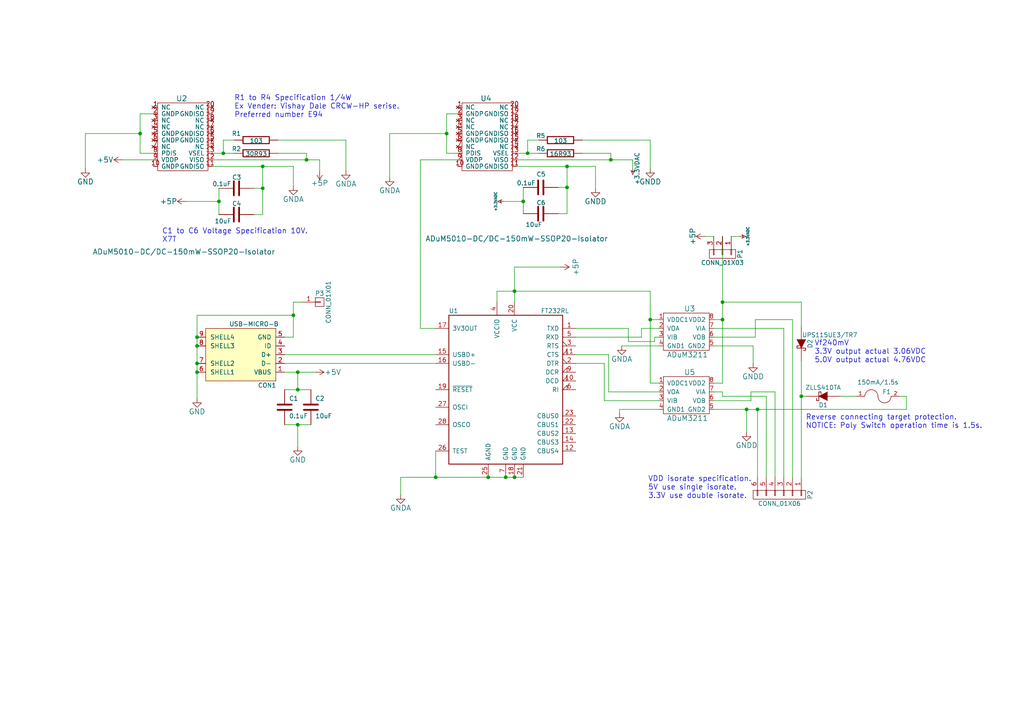
<source format=kicad_sch>
(kicad_sch (version 20230121) (generator eeschema)
  (paper "A4")
  (lib_symbols
    (symbol "USB-UART-rescue:+3.3VADC" (power) (pin_names (offset 0))
      (property "Value" "+3.3VADC" (at 0 2.286 0))
      (symbol "+3.3VADC_0_0"
        (pin power_in line (at 0 0 90) (length 0) hide (name "+3.3VADC") (number "1"))
      )
      (symbol "+3.3VADC_0_1"
        (polyline (pts (xy 0 0) (xy 0 1.016) (xy 0 1.016)))
        (polyline (pts (xy 0 1.016) (xy 0.508 0.508) (xy 0 1.778) (xy -0.508 0.508) (xy 0 1.016) (xy 0 1.016)))
      )
    )
    (symbol "USB-UART-rescue:+3.3VDAC" (power) (pin_names (offset 0))
      (property "Value" "+3.3VDAC" (at 0 2.286 0))
      (symbol "+3.3VDAC_0_0"
        (pin power_in line (at 0 0 90) (length 0) hide (name "+3.3VDAC") (number "1"))
      )
      (symbol "+3.3VDAC_0_1"
        (polyline (pts (xy 0 0) (xy 0 1.016) (xy 0 1.016)))
        (polyline (pts (xy 0 1.016) (xy 0.508 0.508) (xy 0 1.778) (xy -0.508 0.508) (xy 0 1.016) (xy 0 1.016)))
      )
    )
    (symbol "USB-UART-rescue:+5P" (power) (pin_names (offset 0))
      (property "Value" "+5P" (at 0 3.556 0))
      (symbol "+5P_0_1"
        (polyline (pts (xy -0.762 1.27) (xy 0 2.54)))
        (polyline (pts (xy 0 0) (xy 0 2.54)))
        (polyline (pts (xy 0 2.54) (xy 0.762 1.27)))
      )
      (symbol "+5P_1_1"
        (pin power_in line (at 0 0 90) (length 0) hide (name "+5P") (number "1"))
      )
    )
    (symbol "USB-UART-rescue:+5V" (power) (pin_names (offset 0))
      (property "Value" "+5V" (at 0 3.556 0))
      (symbol "+5V_0_1"
        (polyline (pts (xy -0.762 1.27) (xy 0 2.54)))
        (polyline (pts (xy 0 0) (xy 0 2.54)))
        (polyline (pts (xy 0 2.54) (xy 0.762 1.27)))
      )
      (symbol "+5V_1_1"
        (pin power_in line (at 0 0 90) (length 0) hide (name "+5V") (number "1"))
      )
    )
    (symbol "USB-UART-rescue:ADuM3211" (pin_names (offset 1.016))
      (property "Reference" "ISO-IC" (at 0.635 12.7 0))
      (property "Value" "ADuM3211" (at 0 -0.635 0))
      (symbol "ADuM3211_0_1"
        (rectangle (start -6.985 11.43) (end 6.35 0.635))
      )
      (symbol "ADuM3211_1_1"
        (pin input line (at -8.255 9.525 0) (length 1.27) (name "VDDC1") (number "1"))
        (pin input line (at -8.255 6.985 0) (length 1.27) (name "VOA") (number "2"))
        (pin input line (at -8.255 4.445 0) (length 1.27) (name "VIB") (number "3"))
        (pin input line (at -8.255 1.905 0) (length 1.27) (name "GND1") (number "4"))
        (pin input line (at 7.62 1.905 180) (length 1.27) (name "GND2") (number "5"))
        (pin input line (at 7.62 4.445 180) (length 1.27) (name "VOB") (number "6"))
        (pin input line (at 7.62 6.985 180) (length 1.27) (name "VIA") (number "7"))
        (pin input line (at 7.62 9.525 180) (length 1.27) (name "VDD2") (number "8"))
      )
    )
    (symbol "USB-UART-rescue:ADuM5010-DC/DC-150mW-SSOP20-Isolator" (pin_names (offset 1.016))
      (property "Reference" "U" (at 0 10.16 0))
      (property "Value" "ADuM5010-DC/DC-150mW-SSOP20-Isolator" (at 0 -12.7 0))
      (symbol "ADuM5010-DC/DC-150mW-SSOP20-Isolator_0_1"
        (rectangle (start -6.985 8.89) (end 7.62 -10.795))
      )
      (symbol "ADuM5010-DC/DC-150mW-SSOP20-Isolator_1_1"
        (pin no_connect line (at -8.255 7.62 0) (length 1.27) (name "NC") (number "1"))
        (pin passive line (at -8.255 -9.525 0) (length 1.27) (name "GNDP") (number "10"))
        (pin passive line (at 8.89 -9.525 180) (length 1.27) (name "GNDISO") (number "11"))
        (pin passive line (at 8.89 -7.62 180) (length 1.27) (name "VISO") (number "12"))
        (pin passive line (at 8.89 -5.715 180) (length 1.27) (name "VSEL") (number "13"))
        (pin no_connect line (at 8.89 -3.81 180) (length 1.27) (name "NC") (number "14"))
        (pin no_connect line (at 8.89 -1.905 180) (length 1.27) (name "GNDISO") (number "15"))
        (pin no_connect line (at 8.89 0 180) (length 1.27) (name "GNDISO") (number "16"))
        (pin no_connect line (at 8.89 1.905 180) (length 1.27) (name "NC") (number "17"))
        (pin no_connect line (at 8.89 3.81 180) (length 1.27) (name "NC") (number "18"))
        (pin passive line (at 8.89 5.715 180) (length 1.27) (name "GNDISO") (number "19"))
        (pin passive line (at -8.255 5.715 0) (length 1.27) (name "GNDP") (number "2"))
        (pin no_connect line (at 8.89 7.62 180) (length 1.27) (name "NC") (number "20"))
        (pin no_connect line (at -8.255 3.81 0) (length 1.27) (name "NC") (number "3"))
        (pin no_connect line (at -8.255 1.905 0) (length 1.27) (name "NC") (number "4"))
        (pin no_connect line (at -8.255 0 0) (length 1.27) (name "GNDP") (number "5"))
        (pin no_connect line (at -8.255 -1.905 0) (length 1.27) (name "GNDP") (number "6"))
        (pin no_connect line (at -8.255 -3.81 0) (length 1.27) (name "NC") (number "7"))
        (pin passive line (at -8.255 -5.715 0) (length 1.27) (name "PDIS") (number "8"))
        (pin passive line (at -8.255 -7.62 0) (length 1.27) (name "VDDP") (number "9"))
      )
    )
    (symbol "USB-UART-rescue:C" (pin_numbers hide) (pin_names (offset 0.254))
      (property "Reference" "C" (at 1.27 2.54 0))
      (property "Value" "C" (at 1.27 -2.54 0))
      (symbol "C_0_1"
        (polyline (pts (xy -2.032 -0.762) (xy 2.032 -0.762)) (stroke (width 0.508)))
        (polyline (pts (xy -2.032 0.762) (xy 2.032 0.762)) (stroke (width 0.508)))
      )
      (symbol "C_1_1"
        (pin passive line (at 0 5.08 270) (length 4.318) (name "~") (number "1"))
        (pin passive line (at 0 -5.08 90) (length 4.318) (name "~") (number "2"))
      )
    )
    (symbol "USB-UART-rescue:CONN_01X01" (pin_names (offset 1.016) hide)
      (property "Reference" "P" (at 0 2.54 0))
      (property "Value" "CONN_01X01" (at 2.54 0 90))
      (symbol "CONN_01X01_0_1"
        (rectangle (start -1.27 0.127) (end 0.254 -0.127))
        (rectangle (start -1.27 1.27) (end 1.27 -1.27))
      )
      (symbol "CONN_01X01_1_1"
        (pin passive line (at -5.08 0 0) (length 3.81) (name "P1") (number "1"))
      )
    )
    (symbol "USB-UART-rescue:CONN_01X03" (pin_names (offset 1.016) hide)
      (property "Reference" "P" (at 0 5.08 0))
      (property "Value" "CONN_01X03" (at 2.54 0 90))
      (symbol "CONN_01X03_0_1"
        (rectangle (start -1.27 -2.413) (end 0.254 -2.667))
        (rectangle (start -1.27 0.127) (end 0.254 -0.127))
        (rectangle (start -1.27 2.667) (end 0.254 2.413))
        (rectangle (start -1.27 3.81) (end 1.27 -3.81))
      )
      (symbol "CONN_01X03_1_1"
        (pin passive line (at -5.08 2.54 0) (length 3.81) (name "P1") (number "1"))
        (pin passive line (at -5.08 0 0) (length 3.81) (name "P2") (number "2"))
        (pin passive line (at -5.08 -2.54 0) (length 3.81) (name "P3") (number "3"))
      )
    )
    (symbol "USB-UART-rescue:CONN_01X06" (pin_names (offset 1.016) hide)
      (property "Reference" "P" (at 0 8.89 0))
      (property "Value" "CONN_01X06" (at 2.54 0 90))
      (symbol "CONN_01X06_0_1"
        (rectangle (start -1.27 -6.223) (end 0.254 -6.477))
        (rectangle (start -1.27 -3.683) (end 0.254 -3.937))
        (rectangle (start -1.27 -1.143) (end 0.254 -1.397))
        (rectangle (start -1.27 1.397) (end 0.254 1.143))
        (rectangle (start -1.27 3.937) (end 0.254 3.683))
        (rectangle (start -1.27 6.477) (end 0.254 6.223))
        (rectangle (start -1.27 7.62) (end 1.27 -7.62))
      )
      (symbol "CONN_01X06_1_1"
        (pin passive line (at -5.08 6.35 0) (length 3.81) (name "P1") (number "1"))
        (pin passive line (at -5.08 3.81 0) (length 3.81) (name "P2") (number "2"))
        (pin passive line (at -5.08 1.27 0) (length 3.81) (name "P3") (number "3"))
        (pin passive line (at -5.08 -1.27 0) (length 3.81) (name "P4") (number "4"))
        (pin passive line (at -5.08 -3.81 0) (length 3.81) (name "P5") (number "5"))
        (pin passive line (at -5.08 -6.35 0) (length 3.81) (name "P6") (number "6"))
      )
    )
    (symbol "USB-UART-rescue:DIODESCH" (pin_numbers hide) (pin_names (offset 1.016) hide)
      (property "Reference" "D" (at 0 2.54 0))
      (property "Value" "DIODESCH" (at 0 -2.54 0))
      (symbol "DIODESCH_0_1"
        (polyline (pts (xy -1.27 1.27) (xy 1.27 0) (xy -1.27 -1.27)) (fill (type outline)))
        (polyline (pts (xy 1.905 0.635) (xy 1.905 1.27) (xy 1.27 1.27) (xy 1.27 -1.27) (xy 0.635 -1.27) (xy 0.635 -0.635)) (stroke (width 0.2032)))
      )
      (symbol "DIODESCH_1_1"
        (pin passive line (at -5.08 0 0) (length 3.81) (name "A") (number "1"))
        (pin passive line (at 5.08 0 180) (length 3.81) (name "K") (number "2"))
      )
    )
    (symbol "USB-UART-rescue:FT232RL" (pin_names (offset 1.016))
      (property "Reference" "U" (at -16.51 22.86 0))
      (property "Value" "FT232RL" (at 10.16 22.86 0))
      (symbol "FT232RL_0_1"
        (rectangle (start -16.51 21.59) (end 16.51 -21.59) (stroke (width 0.254)))
      )
      (symbol "FT232RL_1_1"
        (pin output line (at 20.32 17.78 180) (length 3.81) (name "TXD") (number "1"))
        (pin input input_low (at 20.32 2.54 180) (length 3.81) (name "DCD") (number "10"))
        (pin input input_low (at 20.32 10.16 180) (length 3.81) (name "CTS") (number "11"))
        (pin bidirectional line (at 20.32 -17.78 180) (length 3.81) (name "CBUS4") (number "12"))
        (pin bidirectional line (at 20.32 -12.7 180) (length 3.81) (name "CBUS2") (number "13"))
        (pin bidirectional line (at 20.32 -15.24 180) (length 3.81) (name "CBUS3") (number "14"))
        (pin bidirectional line (at -20.32 10.16 0) (length 3.81) (name "USBD+") (number "15"))
        (pin bidirectional line (at -20.32 7.62 0) (length 3.81) (name "USBD-") (number "16"))
        (pin input line (at -20.32 17.78 0) (length 3.81) (name "3V3OUT") (number "17"))
        (pin power_in line (at 2.54 -25.4 90) (length 3.81) (name "GND") (number "18"))
        (pin input line (at -20.32 0 0) (length 3.81) (name "~{RESET}") (number "19"))
        (pin output output_low (at 20.32 7.62 180) (length 3.81) (name "DTR") (number "2"))
        (pin power_in line (at 2.54 25.4 270) (length 3.81) (name "VCC") (number "20"))
        (pin power_in line (at 5.08 -25.4 90) (length 3.81) (name "GND") (number "21"))
        (pin output line (at 20.32 -10.16 180) (length 3.81) (name "CBUS1") (number "22"))
        (pin bidirectional line (at 20.32 -7.62 180) (length 3.81) (name "CBUS0") (number "23"))
        (pin power_in line (at -5.08 -25.4 90) (length 3.81) (name "AGND") (number "25"))
        (pin power_in line (at -20.32 -17.78 0) (length 3.81) (name "TEST") (number "26"))
        (pin input line (at -20.32 -5.08 0) (length 3.81) (name "OSCI") (number "27"))
        (pin output line (at -20.32 -10.16 0) (length 3.81) (name "OSCO") (number "28"))
        (pin output output_low (at 20.32 12.7 180) (length 3.81) (name "RTS") (number "3"))
        (pin input line (at -2.54 25.4 270) (length 3.81) (name "VCCIO") (number "4"))
        (pin input line (at 20.32 15.24 180) (length 3.81) (name "RXD") (number "5"))
        (pin input input_low (at 20.32 0 180) (length 3.81) (name "RI") (number "6"))
        (pin power_in line (at 0 -25.4 90) (length 3.81) (name "GND") (number "7"))
        (pin input input_low (at 20.32 5.08 180) (length 3.81) (name "DCR") (number "9"))
      )
    )
    (symbol "USB-UART-rescue:FUSE" (pin_names (offset 0.254))
      (property "Reference" "F" (at 2.54 1.27 0))
      (property "Value" "FUSE" (at -2.54 -1.27 0))
      (symbol "FUSE_0_1"
        (arc (start 0 0) (mid -1.905 1.8967) (end -3.81 0))
        (arc (start 0 0) (mid 1.905 -1.8967) (end 3.81 0))
      )
      (symbol "FUSE_1_1"
        (pin input line (at -6.35 0 0) (length 2.54) (name "~") (number "1"))
        (pin input line (at 6.35 0 180) (length 2.54) (name "~") (number "2"))
      )
    )
    (symbol "USB-UART-rescue:GND" (power) (pin_names (offset 0))
      (property "Value" "GND" (at 0 -3.81 0))
      (symbol "GND_0_1"
        (polyline (pts (xy 0 0) (xy 0 -1.27) (xy 1.27 -1.27) (xy 0 -2.54) (xy -1.27 -1.27) (xy 0 -1.27)))
      )
      (symbol "GND_1_1"
        (pin power_in line (at 0 0 270) (length 0) hide (name "GND") (number "1"))
      )
    )
    (symbol "USB-UART-rescue:GNDA" (power) (pin_names (offset 0))
      (property "Value" "GNDA" (at 0 -3.81 0))
      (symbol "GNDA_0_1"
        (polyline (pts (xy 0 0) (xy 0 -1.27) (xy 1.27 -1.27) (xy 0 -2.54) (xy -1.27 -1.27) (xy 0 -1.27)))
      )
      (symbol "GNDA_1_1"
        (pin power_in line (at 0 0 270) (length 0) hide (name "GNDA") (number "1"))
      )
    )
    (symbol "USB-UART-rescue:GNDD" (power) (pin_names (offset 0))
      (property "Value" "GNDD" (at 0 -3.81 0))
      (symbol "GNDD_0_1"
        (polyline (pts (xy 0 0) (xy 0 -1.27) (xy 1.27 -1.27) (xy 0 -2.54) (xy -1.27 -1.27) (xy 0 -1.27)))
      )
      (symbol "GNDD_1_1"
        (pin power_in line (at 0 0 270) (length 0) hide (name "GNDD") (number "1"))
      )
    )
    (symbol "USB-UART-rescue:R" (pin_numbers hide) (pin_names (offset 0))
      (property "Reference" "R" (at 2.032 0 90))
      (property "Value" "R" (at 0.1778 0.0254 90))
      (symbol "R_0_1"
        (rectangle (start -1.016 3.81) (end 1.016 -3.81) (stroke (width 0.3048)))
      )
      (symbol "R_1_1"
        (pin passive line (at 0 6.35 270) (length 2.54) (name "~") (number "1"))
        (pin passive line (at 0 -6.35 90) (length 2.54) (name "~") (number "2"))
      )
    )
    (symbol "USB-UART-rescue:USB-MICRO-B" (pin_names (offset 1.27))
      (property "Reference" "CON" (at -7.62 8.89 0))
      (property "Value" "USB-MICRO-B" (at -3.81 -8.89 0))
      (symbol "USB-MICRO-B_0_1"
        (rectangle (start -10.16 7.62) (end 10.16 -7.62) (fill (type background)))
      )
      (symbol "USB-MICRO-B_1_1"
        (pin power_in line (at -12.7 5.08 0) (length 2.54) (name "VBUS") (number "1"))
        (pin bidirectional line (at -12.7 2.54 0) (length 2.54) (name "D-") (number "2"))
        (pin bidirectional line (at -12.7 0 0) (length 2.54) (name "D+") (number "3"))
        (pin bidirectional line (at -12.7 -2.54 0) (length 2.54) (name "ID") (number "4"))
        (pin power_in line (at -12.7 -5.08 0) (length 2.54) (name "GND") (number "5"))
        (pin passive line (at 12.7 5.08 180) (length 2.54) (name "SHELL1") (number "6"))
        (pin passive line (at 12.7 2.54 180) (length 2.54) (name "SHELL2") (number "7"))
        (pin passive line (at 12.7 -2.54 180) (length 2.54) (name "SHELL3") (number "8"))
        (pin passive line (at 12.7 -5.08 180) (length 2.54) (name "SHELL4") (number "9"))
      )
    )
  )
  (junction (at 76.2 54.61))
  (junction (at 40.64 38.735))
  (junction (at 85.09 91.44))
  (junction (at 209.55 92.71))
  (junction (at 141.605 138.43))
  (junction (at 219.71 118.745))
  (junction (at 164.465 48.26))
  (junction (at 149.225 84.455))
  (junction (at 57.15 97.79))
  (junction (at 76.2 48.26))
  (junction (at 146.685 138.43))
  (junction (at 86.36 113.03))
  (junction (at 126.365 138.43))
  (junction (at 129.54 38.735))
  (junction (at 64.77 44.45))
  (junction (at 86.36 123.19))
  (junction (at 57.15 105.41))
  (junction (at 164.465 54.356))
  (junction (at 188.595 92.71))
  (junction (at 209.55 87.63))
  (junction (at 177.165 46.355))
  (junction (at 151.765 58.42))
  (junction (at 153.035 44.45))
  (junction (at 216.535 118.745))
  (junction (at 63.5 58.42))
  (junction (at 232.41 114.935))
  (junction (at 149.225 138.43))
  (junction (at 57.15 100.33))
  (junction (at 88.9 46.355))
  (junction (at 86.36 107.95))
  (junction (at 57.15 107.95))
  (wire (pts (xy 207.01 95.25) (xy 227.33 95.25)))
  (wire (pts (xy 176.53 102.87) (xy 176.53 113.665)))
  (wire (pts (xy 167.005 102.87) (xy 176.53 102.87)))
  (wire (pts (xy 40.64 33.02) (xy 44.45 33.02)))
  (wire (pts (xy 129.54 33.02) (xy 129.54 38.735)))
  (wire (pts (xy 177.165 46.355) (xy 183.515 46.355)))
  (wire (pts (xy 219.075 97.79) (xy 219.075 92.71)))
  (wire (pts (xy 149.225 77.47) (xy 162.56 77.47)))
  (wire (pts (xy 61.595 48.26) (xy 76.2 48.26)))
  (wire (pts (xy 232.41 114.935) (xy 232.41 138.43)))
  (wire (pts (xy 57.15 91.44) (xy 57.15 97.79)))
  (wire (pts (xy 232.41 104.775) (xy 232.41 114.935)))
  (wire (pts (xy 188.595 111.125) (xy 191.135 111.125)))
  (wire (pts (xy 64.77 44.45) (xy 64.77 40.64)))
  (wire (pts (xy 149.86 46.355) (xy 177.165 46.355)))
  (wire (pts (xy 121.92 46.355) (xy 121.92 95.25)))
  (wire (pts (xy 189.865 97.79) (xy 191.135 97.79)))
  (wire (pts (xy 183.515 46.355) (xy 183.515 48.895)))
  (wire (pts (xy 129.54 44.45) (xy 132.715 44.45)))
  (wire (pts (xy 219.71 118.745) (xy 219.71 138.43)))
  (wire (pts (xy 182.245 95.25) (xy 182.245 99.06)))
  (wire (pts (xy 212.09 68.58) (xy 214.63 68.58)))
  (wire (pts (xy 88.9 44.45) (xy 88.9 46.355)))
  (wire (pts (xy 151.765 58.42) (xy 151.765 61.976)))
  (wire (pts (xy 209.55 114.935) (xy 222.25 114.935)))
  (wire (pts (xy 149.225 84.455) (xy 149.225 77.47)))
  (wire (pts (xy 76.2 48.26) (xy 76.2 54.61)))
  (wire (pts (xy 151.765 54.356) (xy 151.765 58.42)))
  (wire (pts (xy 188.595 92.71) (xy 191.135 92.71)))
  (wire (pts (xy 149.86 44.45) (xy 153.035 44.45)))
  (wire (pts (xy 82.55 105.41) (xy 126.365 105.41)))
  (wire (pts (xy 207.01 118.745) (xy 216.535 118.745)))
  (wire (pts (xy 167.005 105.41) (xy 175.26 105.41)))
  (wire (pts (xy 82.55 123.19) (xy 86.36 123.19)))
  (wire (pts (xy 149.86 48.26) (xy 164.465 48.26)))
  (wire (pts (xy 144.145 84.455) (xy 149.225 84.455)))
  (wire (pts (xy 207.01 68.58) (xy 204.47 68.58)))
  (wire (pts (xy 188.595 92.71) (xy 188.595 111.125)))
  (wire (pts (xy 164.465 48.26) (xy 172.72 48.26)))
  (wire (pts (xy 217.805 113.665) (xy 224.79 113.665)))
  (wire (pts (xy 85.09 48.26) (xy 85.09 53.975)))
  (wire (pts (xy 180.34 100.33) (xy 191.135 100.33)))
  (wire (pts (xy 146.05 58.42) (xy 151.765 58.42)))
  (wire (pts (xy 216.535 125.349) (xy 216.535 118.745)))
  (wire (pts (xy 113.03 38.735) (xy 129.54 38.735)))
  (wire (pts (xy 167.005 97.79) (xy 186.055 97.79)))
  (wire (pts (xy 229.87 92.71) (xy 229.87 138.43)))
  (wire (pts (xy 57.15 97.79) (xy 57.15 100.33)))
  (wire (pts (xy 86.36 113.03) (xy 90.17 113.03)))
  (wire (pts (xy 82.55 113.03) (xy 86.36 113.03)))
  (wire (pts (xy 218.44 100.33) (xy 218.44 105.41)))
  (wire (pts (xy 209.55 111.125) (xy 207.01 111.125)))
  (wire (pts (xy 153.035 40.64) (xy 156.21 40.64)))
  (wire (pts (xy 76.2 48.26) (xy 85.09 48.26)))
  (wire (pts (xy 164.465 54.356) (xy 164.465 61.976)))
  (wire (pts (xy 219.71 118.745) (xy 262.89 118.745)))
  (wire (pts (xy 207.01 113.665) (xy 209.55 113.665)))
  (wire (pts (xy 86.36 113.03) (xy 86.36 107.95)))
  (wire (pts (xy 224.79 138.43) (xy 224.79 113.665)))
  (wire (pts (xy 164.465 54.356) (xy 161.925 54.356)))
  (wire (pts (xy 121.92 95.25) (xy 126.365 95.25)))
  (wire (pts (xy 209.55 68.58) (xy 209.55 87.63)))
  (wire (pts (xy 209.55 92.71) (xy 207.01 92.71)))
  (wire (pts (xy 141.605 138.43) (xy 146.685 138.43)))
  (wire (pts (xy 188.595 84.455) (xy 188.595 92.71)))
  (wire (pts (xy 64.77 44.45) (xy 67.945 44.45)))
  (wire (pts (xy 126.365 138.43) (xy 126.365 130.81)))
  (wire (pts (xy 164.465 61.976) (xy 161.925 61.976)))
  (wire (pts (xy 164.465 48.26) (xy 164.465 54.356)))
  (wire (pts (xy 76.2 62.23) (xy 73.66 62.23)))
  (wire (pts (xy 44.45 46.355) (xy 35.56 46.355)))
  (wire (pts (xy 189.865 99.06) (xy 189.865 97.79)))
  (wire (pts (xy 85.09 97.79) (xy 82.55 97.79)))
  (wire (pts (xy 80.645 44.45) (xy 88.9 44.45)))
  (wire (pts (xy 57.15 105.41) (xy 57.15 107.95)))
  (wire (pts (xy 73.66 54.61) (xy 76.2 54.61)))
  (wire (pts (xy 76.2 54.61) (xy 76.2 62.23)))
  (wire (pts (xy 86.36 123.19) (xy 90.17 123.19)))
  (wire (pts (xy 177.165 44.45) (xy 177.165 46.355)))
  (wire (pts (xy 216.535 118.745) (xy 219.71 118.745)))
  (wire (pts (xy 153.035 44.45) (xy 156.21 44.45)))
  (wire (pts (xy 92.71 46.355) (xy 92.71 49.53)))
  (wire (pts (xy 217.805 116.205) (xy 217.805 113.665)))
  (wire (pts (xy 186.055 97.79) (xy 186.055 95.25)))
  (wire (pts (xy 116.205 138.43) (xy 116.205 143.51)))
  (wire (pts (xy 24.765 38.735) (xy 24.765 48.895)))
  (wire (pts (xy 57.15 107.95) (xy 57.15 115.57)))
  (wire (pts (xy 85.09 91.44) (xy 85.09 97.79)))
  (wire (pts (xy 88.9 46.355) (xy 92.71 46.355)))
  (wire (pts (xy 233.68 114.935) (xy 232.41 114.935)))
  (wire (pts (xy 149.225 84.455) (xy 188.595 84.455)))
  (wire (pts (xy 63.5 58.42) (xy 63.5 62.23)))
  (wire (pts (xy 149.225 87.63) (xy 149.225 84.455)))
  (wire (pts (xy 207.01 100.33) (xy 218.44 100.33)))
  (wire (pts (xy 219.075 92.71) (xy 229.87 92.71)))
  (wire (pts (xy 64.77 40.64) (xy 67.945 40.64)))
  (wire (pts (xy 176.53 113.665) (xy 191.135 113.665)))
  (wire (pts (xy 207.01 97.79) (xy 219.075 97.79)))
  (wire (pts (xy 40.64 38.735) (xy 24.765 38.735)))
  (wire (pts (xy 57.15 91.44) (xy 85.09 91.44)))
  (wire (pts (xy 188.595 40.64) (xy 188.595 48.895)))
  (wire (pts (xy 57.15 100.33) (xy 57.15 105.41)))
  (wire (pts (xy 191.135 118.745) (xy 179.705 118.745)))
  (wire (pts (xy 116.205 138.43) (xy 126.365 138.43)))
  (wire (pts (xy 168.91 40.64) (xy 188.595 40.64)))
  (wire (pts (xy 126.365 138.43) (xy 141.605 138.43)))
  (wire (pts (xy 175.26 116.205) (xy 191.135 116.205)))
  (wire (pts (xy 63.5 54.61) (xy 63.5 58.42)))
  (wire (pts (xy 227.33 95.25) (xy 227.33 138.43)))
  (wire (pts (xy 86.36 123.19) (xy 86.36 129.54)))
  (wire (pts (xy 129.54 33.02) (xy 132.715 33.02)))
  (wire (pts (xy 262.89 114.935) (xy 260.985 114.935)))
  (wire (pts (xy 80.645 40.64) (xy 100.33 40.64)))
  (wire (pts (xy 82.55 102.87) (xy 126.365 102.87)))
  (wire (pts (xy 63.5 58.42) (xy 53.975 58.42)))
  (wire (pts (xy 86.36 107.95) (xy 91.44 107.95)))
  (wire (pts (xy 182.245 99.06) (xy 189.865 99.06)))
  (wire (pts (xy 172.72 48.26) (xy 172.72 54.61)))
  (wire (pts (xy 146.685 138.43) (xy 149.225 138.43)))
  (wire (pts (xy 209.55 92.71) (xy 209.55 111.125)))
  (wire (pts (xy 129.54 38.735) (xy 129.54 44.45)))
  (wire (pts (xy 40.64 44.45) (xy 44.45 44.45)))
  (wire (pts (xy 132.715 46.355) (xy 121.92 46.355)))
  (wire (pts (xy 175.26 105.41) (xy 175.26 116.205)))
  (wire (pts (xy 222.25 114.935) (xy 222.25 138.43)))
  (wire (pts (xy 61.595 44.45) (xy 64.77 44.45)))
  (wire (pts (xy 100.33 40.64) (xy 100.33 49.53)))
  (wire (pts (xy 209.55 87.63) (xy 232.41 87.63)))
  (wire (pts (xy 167.005 95.25) (xy 182.245 95.25)))
  (wire (pts (xy 207.01 116.205) (xy 217.805 116.205)))
  (wire (pts (xy 85.09 87.63) (xy 87.63 87.63)))
  (wire (pts (xy 85.09 87.63) (xy 85.09 91.44)))
  (wire (pts (xy 40.64 38.735) (xy 40.64 44.45)))
  (wire (pts (xy 243.84 114.935) (xy 248.285 114.935)))
  (wire (pts (xy 186.055 95.25) (xy 191.135 95.25)))
  (wire (pts (xy 149.225 138.43) (xy 151.765 138.43)))
  (wire (pts (xy 40.64 33.02) (xy 40.64 38.735)))
  (wire (pts (xy 82.55 107.95) (xy 86.36 107.95)))
  (wire (pts (xy 262.89 118.745) (xy 262.89 114.935)))
  (wire (pts (xy 209.55 87.63) (xy 209.55 92.71)))
  (wire (pts (xy 179.705 118.745) (xy 179.705 119.888)))
  (wire (pts (xy 153.035 44.45) (xy 153.035 40.64)))
  (wire (pts (xy 61.595 46.355) (xy 88.9 46.355)))
  (wire (pts (xy 232.41 87.63) (xy 232.41 94.615)))
  (wire (pts (xy 144.145 87.63) (xy 144.145 84.455)))
  (wire (pts (xy 168.91 44.45) (xy 177.165 44.45)))
  (wire (pts (xy 113.03 38.735) (xy 113.03 51.435)))
  (wire (pts (xy 209.55 113.665) (xy 209.55 114.935)))
  (text "Reverse connecting target protection.\nNOTICE: Poly Switch operation time is 1.5s." (at 233.68 124.46 0) (effects (font (size 1.524 1.524)) (justify left bottom)))
  (text "C1 to C6 Voltage Specification 10V.\nX7T" (at 46.99 70.485 0) (effects (font (size 1.524 1.524)) (justify left bottom)))
  (text "Vf240mV\n3.3V output actual 3.06VDC\n5.0V output actual 4.76VDC" (at 236.22 105.41 0) (effects (font (size 1.524 1.524)) (justify left bottom)))
  (text "VDD isorate specification.\n5V use single isorate.\n3.3V use double isorate." (at 187.96 144.78 0) (effects (font (size 1.524 1.524)) (justify left bottom)))
  (text "R1 to R4 Specification 1/4W \nEx Vender: Vishay Dale CRCW-HP serise.\nPreferred number E94" (at 67.945 34.29 0) (effects (font (size 1.524 1.524)) (justify left bottom)))
  (symbol (lib_id "USB-UART-rescue:FT232RL") (at 146.685 113.03 0) (unit 1)
    (property "Reference" "U1" (at 130.175 90.17 0) (effects (justify left)))
    (property "Value" "FT232RL" (at 156.845 90.17 0) (effects (justify left)))
    (property "Footprint" "Housings_SSOP:SSOP-28_5.3x10.2mm_Pitch0.65mm" (effects hide))
  )
  (symbol (lib_id "USB-UART-rescue:USB-MICRO-B") (at 69.85 102.87 180) (unit 1)
    (property "Reference" "CON1" (at 77.47 111.76 0))
    (property "Value" "USB-MICRO-B" (at 73.66 93.98 0))
    (property "Footprint" "kicad-library:Hirose-microUSB-ZX62R-B-5P" (effects hide))
  )
  (symbol (lib_id "USB-UART-rescue:GND") (at 57.15 115.57 0) (unit 1)
    (property "Reference" "#PWR01" (effects hide))
    (property "Value" "GND" (at 57.15 119.38 0) (effects (font (size 1.524 1.524))))
  )
  (symbol (lib_id "USB-UART-rescue:+5V") (at 91.44 107.95 270) (unit 1)
    (property "Reference" "#PWR07" (effects hide))
    (property "Value" "+5V" (at 96.52 107.95 90) (effects (font (size 1.524 1.524))))
  )
  (symbol (lib_id "USB-UART-rescue:C") (at 82.55 118.11 0) (unit 1)
    (property "Reference" "C1" (at 83.82 115.57 0) (effects (justify left)))
    (property "Value" "0.1uF" (at 83.82 120.65 0) (effects (justify left)))
    (property "Footprint" "SMD_Packages:SMD-0603_c" (effects hide))
  )
  (symbol (lib_id "USB-UART-rescue:C") (at 90.17 118.11 0) (unit 1)
    (property "Reference" "C2" (at 91.44 115.57 0) (effects (justify left)))
    (property "Value" "10uF" (at 91.44 120.65 0) (effects (justify left)))
    (property "Footprint" "SMD_Packages:SMD-0603_c" (effects hide))
  )
  (symbol (lib_id "USB-UART-rescue:GND") (at 86.36 129.54 0) (unit 1)
    (property "Reference" "#PWR02" (effects hide))
    (property "Value" "GND" (at 86.36 133.35 0) (effects (font (size 1.524 1.524))))
  )
  (symbol (lib_id "USB-UART-rescue:ADuM5010-DC/DC-150mW-SSOP20-Isolator") (at 140.97 38.735 0) (unit 1)
    (property "Reference" "U4" (at 140.97 28.575 0) (effects (font (size 1.524 1.524))))
    (property "Value" "ADuM5010-DC/DC-150mW-SSOP20-Isolator" (at 149.86 69.215 0) (effects (font (size 1.524 1.524))))
    (property "Footprint" "Housings_SSOP:SSOP-20_5.3x7.2mm_Pitch0.65mm" (effects hide))
  )
  (symbol (lib_id "USB-UART-rescue:GNDD") (at 172.72 54.61 0) (unit 1)
    (property "Reference" "#PWR03" (effects hide))
    (property "Value" "GNDD" (at 172.72 58.42 0) (effects (font (size 1.524 1.524))))
  )
  (symbol (lib_id "USB-UART-rescue:R") (at 162.56 40.64 270) (unit 1)
    (property "Reference" "R5" (at 156.845 39.37 90))
    (property "Value" "103" (at 162.5854 40.8178 90))
    (property "Footprint" "SMD_Packages:SMD-0603_r" (effects hide))
  )
  (symbol (lib_id "USB-UART-rescue:R") (at 162.56 44.45 270) (unit 1)
    (property "Reference" "R6" (at 156.845 43.18 90))
    (property "Value" "16R93" (at 162.5854 44.6278 90))
    (property "Footprint" "SMD_Packages:SMD-0603_r" (effects hide))
  )
  (symbol (lib_id "USB-UART-rescue:GNDD") (at 188.595 48.895 0) (unit 1)
    (property "Reference" "#PWR04" (effects hide))
    (property "Value" "GNDD" (at 188.595 52.705 0) (effects (font (size 1.524 1.524))))
  )
  (symbol (lib_id "USB-UART-rescue:ADuM5010-DC/DC-150mW-SSOP20-Isolator") (at 52.705 38.735 0) (unit 1)
    (property "Reference" "U2" (at 52.705 28.575 0) (effects (font (size 1.524 1.524))))
    (property "Value" "ADuM5010-DC/DC-150mW-SSOP20-Isolator" (at 53.34 73.025 0) (effects (font (size 1.524 1.524))))
    (property "Footprint" "Housings_SSOP:SSOP-20_5.3x7.2mm_Pitch0.65mm" (effects hide))
  )
  (symbol (lib_id "USB-UART-rescue:GND") (at 24.765 48.895 0) (unit 1)
    (property "Reference" "#PWR08" (effects hide))
    (property "Value" "GND" (at 24.765 52.705 0) (effects (font (size 1.524 1.524))))
  )
  (symbol (lib_id "USB-UART-rescue:R") (at 74.295 40.64 270) (unit 1)
    (property "Reference" "R1" (at 68.58 38.735 90))
    (property "Value" "103" (at 74.3204 40.8178 90))
    (property "Footprint" "SMD_Packages:SMD-0603_r" (effects hide))
  )
  (symbol (lib_id "USB-UART-rescue:R") (at 74.295 44.45 270) (unit 1)
    (property "Reference" "R2" (at 68.58 43.18 90))
    (property "Value" "30R93" (at 74.3204 44.6278 90))
    (property "Footprint" "SMD_Packages:SMD-0603_r" (effects hide))
  )
  (symbol (lib_id "USB-UART-rescue:C") (at 68.58 54.61 270) (unit 1)
    (property "Reference" "C3" (at 67.31 51.435 90) (effects (justify left)))
    (property "Value" "0.1uF" (at 61.595 53.34 90) (effects (justify left)))
    (property "Footprint" "SMD_Packages:SMD-0603_c" (effects hide))
  )
  (symbol (lib_id "USB-UART-rescue:+5P") (at 92.71 49.53 180) (unit 1)
    (property "Reference" "#PWR020" (effects hide))
    (property "Value" "+5P" (at 92.71 53.086 0) (effects (font (size 1.524 1.524))))
  )
  (symbol (lib_id "USB-UART-rescue:+3.3VDAC") (at 183.515 48.895 180) (unit 1)
    (property "Reference" "#PWR05" (effects hide))
    (property "Value" "+3.3VDAC" (at 184.785 48.895 90))
  )
  (symbol (lib_id "USB-UART-rescue:+5P") (at 162.56 77.47 270) (unit 1)
    (property "Reference" "#PWR09" (effects hide))
    (property "Value" "+5P" (at 167.005 77.47 0) (effects (font (size 1.524 1.524))))
  )
  (symbol (lib_id "USB-UART-rescue:GNDD") (at 218.44 105.41 0) (unit 1)
    (property "Reference" "#PWR06" (effects hide))
    (property "Value" "GNDD" (at 218.44 109.22 0) (effects (font (size 1.524 1.524))))
  )
  (symbol (lib_id "USB-UART-rescue:GNDA") (at 85.09 53.975 0) (unit 1)
    (property "Reference" "#PWR010" (effects hide))
    (property "Value" "GNDA" (at 85.09 57.785 0) (effects (font (size 1.524 1.524))))
  )
  (symbol (lib_id "USB-UART-rescue:GNDA") (at 113.03 51.435 0) (unit 1)
    (property "Reference" "#PWR011" (effects hide))
    (property "Value" "GNDA" (at 113.03 55.245 0) (effects (font (size 1.524 1.524))))
  )
  (symbol (lib_id "USB-UART-rescue:GNDA") (at 116.205 143.51 0) (unit 1)
    (property "Reference" "#PWR012" (effects hide))
    (property "Value" "GNDA" (at 116.205 147.32 0) (effects (font (size 1.524 1.524))))
  )
  (symbol (lib_id "USB-UART-rescue:C") (at 156.845 54.356 270) (unit 1)
    (property "Reference" "C5" (at 155.575 50.546 90) (effects (justify left)))
    (property "Value" "0.1uF" (at 149.86 53.086 90) (effects (justify left)))
    (property "Footprint" "SMD_Packages:SMD-0603_c" (effects hide))
  )
  (symbol (lib_id "USB-UART-rescue:GNDA") (at 100.33 49.53 0) (unit 1)
    (property "Reference" "#PWR013" (effects hide))
    (property "Value" "GNDA" (at 100.33 53.34 0) (effects (font (size 1.524 1.524))))
  )
  (symbol (lib_id "USB-UART-rescue:+5P") (at 53.975 58.42 90) (unit 1)
    (property "Reference" "#PWR014" (effects hide))
    (property "Value" "+5P" (at 48.895 58.42 90) (effects (font (size 1.524 1.524))))
  )
  (symbol (lib_id "USB-UART-rescue:+5V") (at 35.56 46.355 90) (unit 1)
    (property "Reference" "#PWR015" (effects hide))
    (property "Value" "+5V" (at 30.48 46.355 90) (effects (font (size 1.524 1.524))))
  )
  (symbol (lib_id "USB-UART-rescue:C") (at 68.58 62.23 270) (unit 1)
    (property "Reference" "C4" (at 67.31 59.055 90) (effects (justify left)))
    (property "Value" "10uF" (at 62.23 64.135 90) (effects (justify left)))
    (property "Footprint" "SMD_Packages:SMD-0603_c" (effects hide))
  )
  (symbol (lib_id "USB-UART-rescue:C") (at 156.845 61.976 270) (unit 1)
    (property "Reference" "C6" (at 155.575 58.801 90) (effects (justify left)))
    (property "Value" "10uF" (at 152.4 65.151 90) (effects (justify left)))
    (property "Footprint" "SMD_Packages:SMD-0603_c" (effects hide))
  )
  (symbol (lib_id "USB-UART-rescue:GNDA") (at 180.34 100.33 0) (unit 1)
    (property "Reference" "#PWR016" (effects hide))
    (property "Value" "GNDA" (at 180.34 104.14 0) (effects (font (size 1.524 1.524))))
  )
  (symbol (lib_id "USB-UART-rescue:GNDA") (at 179.705 119.888 0) (unit 1)
    (property "Reference" "#PWR017" (effects hide))
    (property "Value" "GNDA" (at 179.705 123.698 0) (effects (font (size 1.524 1.524))))
  )
  (symbol (lib_id "USB-UART-rescue:GNDD") (at 216.535 125.349 0) (unit 1)
    (property "Reference" "#PWR018" (effects hide))
    (property "Value" "GNDD" (at 216.535 129.159 0) (effects (font (size 1.524 1.524))))
  )
  (symbol (lib_id "USB-UART-rescue:FUSE") (at 254.635 114.935 0) (unit 1)
    (property "Reference" "F1" (at 257.175 113.665 0))
    (property "Value" "150mA/1.5s" (at 254.635 110.871 0))
    (property "Footprint" "SMD_Packages:SMD-1210" (effects hide))
  )
  (symbol (lib_id "USB-UART-rescue:ADuM3211") (at 199.39 120.65 0) (unit 1)
    (property "Reference" "U5" (at 200.025 107.95 0) (effects (font (size 1.524 1.524))))
    (property "Value" "ADuM3211" (at 199.39 121.285 0) (effects (font (size 1.524 1.524))))
    (property "Footprint" "Housings_SOIC:SOIC-8_3.9x4.9mm_Pitch1.27mm" (effects hide))
  )
  (symbol (lib_id "USB-UART-rescue:DIODESCH") (at 232.41 99.695 270) (unit 1)
    (property "Reference" "D2" (at 234.95 99.695 0))
    (property "Value" "UPS115UE3/TR7" (at 240.665 97.155 90))
    (property "Footprint" "Diode:UPS115UE3_TR7" (effects hide))
  )
  (symbol (lib_id "USB-UART-rescue:DIODESCH") (at 238.76 114.935 180) (unit 1)
    (property "Reference" "D1" (at 238.76 117.475 0))
    (property "Value" "ZLLS410TA" (at 238.76 112.395 0))
    (property "Footprint" "Diode:ZLLS410" (effects hide))
  )
  (symbol (lib_id "USB-UART-rescue:CONN_01X06") (at 226.06 143.51 270) (unit 1)
    (property "Reference" "P2" (at 234.95 143.51 0))
    (property "Value" "CONN_01X06" (at 226.06 146.05 90))
    (property "Footprint" "Socket_Strips:Socket_Strip_Angled_1x06" (effects hide))
  )
  (symbol (lib_id "USB-UART-rescue:ADuM3211") (at 199.39 102.235 0) (unit 1)
    (property "Reference" "U3" (at 200.025 89.535 0) (effects (font (size 1.524 1.524))))
    (property "Value" "ADuM3211" (at 199.39 102.87 0) (effects (font (size 1.524 1.524))))
    (property "Footprint" "Housings_SOIC:SOIC-8_3.9x4.9mm_Pitch1.27mm" (effects hide))
  )
  (symbol (lib_id "USB-UART-rescue:CONN_01X01") (at 92.71 87.63 0) (unit 1)
    (property "Reference" "P3" (at 92.71 85.09 0))
    (property "Value" "CONN_01X01" (at 95.25 87.63 90))
    (property "Footprint" "BoardCheckPin:EarthPad" (effects hide))
  )
  (symbol (lib_id "USB-UART-rescue:+3.3VADC") (at 146.05 58.42 90) (unit 1)
    (property "Reference" "#PWR019" (effects hide))
    (property "Value" "+3.3VADC" (at 143.764 58.42 0) (effects (font (size 0.762 0.762))))
  )
  (symbol (lib_id "USB-UART-rescue:CONN_01X03") (at 209.55 73.66 270) (unit 1)
    (property "Reference" "P1" (at 214.63 73.66 0))
    (property "Value" "CONN_01X03" (at 209.55 76.2 90))
  )
  (symbol (lib_id "USB-UART-rescue:+5P") (at 204.47 68.58 90) (unit 1)
    (property "Reference" "#PWR021" (effects hide))
    (property "Value" "+5P" (at 200.914 68.58 0) (effects (font (size 1.524 1.524))))
  )
  (symbol (lib_id "USB-UART-rescue:+3.3VADC") (at 214.63 68.58 270) (unit 1)
    (property "Reference" "#PWR022" (effects hide))
    (property "Value" "+3.3VADC" (at 216.916 68.58 0) (effects (font (size 0.762 0.762))))
  )
)
</source>
